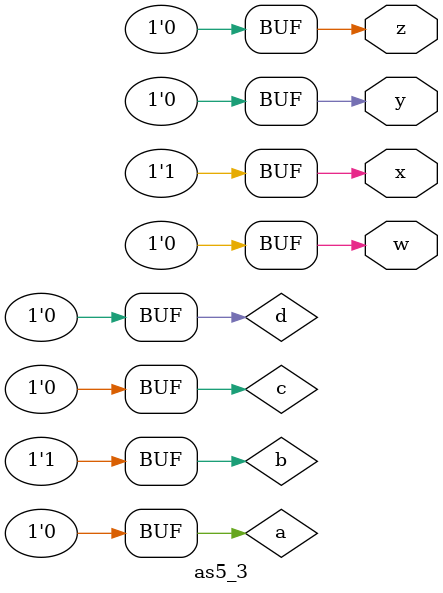
<source format=v>

    
    /*  Given below is an initial block with blocking procedural assignments.
        At what simulation time is each statement executed? What are the 
        intermediate and  final values of a,b,c,d? 
    */
    
        module as5_3(w,x,y,z);
          
         output w,x,y,z;
         reg a,b,c,d;
         initial 
           begin
             a=1'b0;
             b=#10 1'b1;
             c=#5 1'b0;
             d=#20 {a,b,c};   
           end
           assign w=a;
           assign x=b;
           assign y=c;
           assign z=d;
        
        endmodule
        
        
    
</source>
